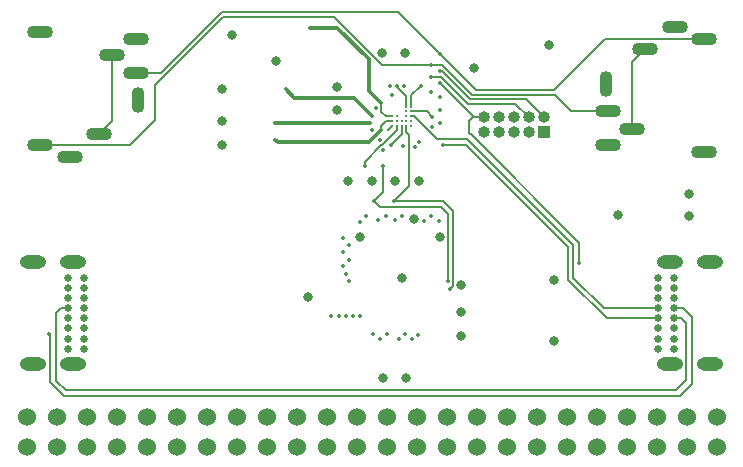
<source format=gbr>
%TF.GenerationSoftware,KiCad,Pcbnew,(6.0.6)*%
%TF.CreationDate,2022-09-05T11:07:09-07:00*%
%TF.ProjectId,Nour-Core,4e6f7572-2d43-46f7-9265-2e6b69636164,rev?*%
%TF.SameCoordinates,Original*%
%TF.FileFunction,Copper,L2,Inr*%
%TF.FilePolarity,Positive*%
%FSLAX46Y46*%
G04 Gerber Fmt 4.6, Leading zero omitted, Abs format (unit mm)*
G04 Created by KiCad (PCBNEW (6.0.6)) date 2022-09-05 11:07:09*
%MOMM*%
%LPD*%
G01*
G04 APERTURE LIST*
%TA.AperFunction,ComponentPad*%
%ADD10C,0.650000*%
%TD*%
%TA.AperFunction,ComponentPad*%
%ADD11O,2.216000X1.108000*%
%TD*%
%TA.AperFunction,ComponentPad*%
%ADD12C,1.524000*%
%TD*%
%TA.AperFunction,ComponentPad*%
%ADD13O,1.100000X2.200000*%
%TD*%
%TA.AperFunction,ComponentPad*%
%ADD14O,2.200000X1.100000*%
%TD*%
%TA.AperFunction,ComponentPad*%
%ADD15R,1.000000X1.000000*%
%TD*%
%TA.AperFunction,ComponentPad*%
%ADD16O,1.000000X1.000000*%
%TD*%
%TA.AperFunction,ViaPad*%
%ADD17C,0.220000*%
%TD*%
%TA.AperFunction,ViaPad*%
%ADD18C,0.800000*%
%TD*%
%TA.AperFunction,ViaPad*%
%ADD19C,0.350000*%
%TD*%
%TA.AperFunction,Conductor*%
%ADD20C,0.200000*%
%TD*%
%TA.AperFunction,Conductor*%
%ADD21C,0.300000*%
%TD*%
G04 APERTURE END LIST*
D10*
%TO.N,GND*%
%TO.C,J4*%
X86275000Y-150275000D03*
%TO.N,VBUS*%
X86275000Y-151125000D03*
%TO.N,Net-(J4-PadA5)*%
X86275000Y-151975000D03*
%TO.N,/core/D+*%
X86275000Y-152825000D03*
%TO.N,/core/D-*%
X86275000Y-153675000D03*
%TO.N,unconnected-(J4-PadA8)*%
X86275000Y-154525000D03*
%TO.N,VBUS*%
X86275000Y-155375000D03*
%TO.N,GND*%
X86275000Y-156225000D03*
X84925000Y-156225000D03*
%TO.N,VBUS*%
X84925000Y-155375000D03*
%TO.N,Net-(J4-PadB5)*%
X84925000Y-154525000D03*
%TO.N,/core/D+*%
X84925000Y-153675000D03*
%TO.N,/core/D-*%
X84925000Y-152825000D03*
%TO.N,unconnected-(J4-PadB8)*%
X84925000Y-151975000D03*
%TO.N,VBUS*%
X84925000Y-151125000D03*
%TO.N,GND*%
X84925000Y-150275000D03*
D11*
%TO.N,N/C*%
X85295000Y-148925000D03*
X85295000Y-157575000D03*
X81915000Y-148925000D03*
X81915000Y-157575000D03*
%TD*%
D10*
%TO.N,GND*%
%TO.C,J3*%
X134875000Y-156225000D03*
%TO.N,VBUS*%
X134875000Y-155375000D03*
%TO.N,Net-(J3-PadA5)*%
X134875000Y-154525000D03*
%TO.N,/core/D+*%
X134875000Y-153675000D03*
%TO.N,/core/D-*%
X134875000Y-152825000D03*
%TO.N,unconnected-(J3-PadA8)*%
X134875000Y-151975000D03*
%TO.N,VBUS*%
X134875000Y-151125000D03*
%TO.N,GND*%
X134875000Y-150275000D03*
X136225000Y-150275000D03*
%TO.N,VBUS*%
X136225000Y-151125000D03*
%TO.N,Net-(J3-PadB5)*%
X136225000Y-151975000D03*
%TO.N,/core/D+*%
X136225000Y-152825000D03*
%TO.N,/core/D-*%
X136225000Y-153675000D03*
%TO.N,unconnected-(J3-PadB8)*%
X136225000Y-154525000D03*
%TO.N,VBUS*%
X136225000Y-155375000D03*
%TO.N,GND*%
X136225000Y-156225000D03*
D11*
%TO.N,N/C*%
X135855000Y-157575000D03*
X135855000Y-148925000D03*
X139235000Y-157575000D03*
X139235000Y-148925000D03*
%TD*%
D12*
%TO.N,/core/KEY.COL2*%
%TO.C,U4*%
X81400000Y-162010000D03*
%TO.N,/core/KEY.COL4*%
X83940000Y-162010000D03*
%TO.N,/core/KEY.ROW5*%
X86480000Y-162010000D03*
%TO.N,/core/KEY.ROW3*%
X89020000Y-162010000D03*
%TO.N,/core/KEY.ROW1*%
X91560000Y-162010000D03*
%TO.N,/core/LED.SW_RED2*%
X94100000Y-162010000D03*
%TO.N,/core/LED.SW_GREEN1*%
X96640000Y-162010000D03*
%TO.N,/core/LED.SW_BLUE1*%
X99180000Y-162010000D03*
%TO.N,/core/LED.CS_COL1*%
X101720000Y-162010000D03*
%TO.N,/core/LED.CS_COL3*%
X104260000Y-162010000D03*
%TO.N,/core/LED.CS_COL5*%
X106800000Y-162010000D03*
%TO.N,/core/LED.CS_COL7*%
X109340000Y-162010000D03*
%TO.N,/core/LED.CS_COL9*%
X111880000Y-162010000D03*
%TO.N,/core/LED.CS_COL11*%
X114420000Y-162010000D03*
%TO.N,/core/LED.CS_COL13*%
X116960000Y-162010000D03*
%TO.N,/core/LED.CS_COL15*%
X119500000Y-162010000D03*
%TO.N,/core/LED.SW_BLUE3*%
X122040000Y-162010000D03*
%TO.N,/core/LED.SW_GREEN3*%
X124580000Y-162010000D03*
%TO.N,/core/LED.SW_GREEN4*%
X127120000Y-162010000D03*
%TO.N,/core/KEY.ROW6*%
X129660000Y-162010000D03*
%TO.N,/core/KEY.ROW8*%
X132200000Y-162010000D03*
%TO.N,/core/KEY.ROW10*%
X134740000Y-162010000D03*
%TO.N,/core/KEY.COL7*%
X137280000Y-162010000D03*
%TO.N,/core/KEY.COL9*%
X139820000Y-162010000D03*
%TO.N,/core/KEY.COL10*%
X139820000Y-164550000D03*
%TO.N,/core/KEY.COL8*%
X137280000Y-164550000D03*
%TO.N,/core/KEY.COL6*%
X134740000Y-164550000D03*
%TO.N,/core/KEY.ROW9*%
X132200000Y-164550000D03*
%TO.N,/core/KEY.ROW7*%
X129660000Y-164550000D03*
%TO.N,/core/LED.SW_RED4*%
X127120000Y-164550000D03*
%TO.N,/core/LED.SW_BLUE4*%
X124580000Y-164550000D03*
%TO.N,/core/LED.SW_RED3*%
X122040000Y-164550000D03*
%TO.N,/core/LED.CS_COL16*%
X119500000Y-164550000D03*
%TO.N,/core/LED.CS_COL14*%
X116960000Y-164550000D03*
%TO.N,/core/LED.CS_COL12*%
X114420000Y-164550000D03*
%TO.N,/core/LED.CS_COL10*%
X111880000Y-164550000D03*
%TO.N,/core/LED.CS_COL8*%
X109340000Y-164550000D03*
%TO.N,/core/LED.CS_COL6*%
X106800000Y-164550000D03*
%TO.N,/core/LED.CS_COL4*%
X104260000Y-164550000D03*
%TO.N,/core/LED.CS_COL2*%
X101720000Y-164550000D03*
%TO.N,/core/LED.SW_RED1*%
X99180000Y-164550000D03*
%TO.N,/core/LED.SW_GREEN2*%
X96640000Y-164550000D03*
%TO.N,/core/LED.SW_BLUE2*%
X94100000Y-164550000D03*
%TO.N,/core/KEY.ROW2*%
X91560000Y-164550000D03*
%TO.N,/core/KEY.ROW4*%
X89020000Y-164550000D03*
%TO.N,/core/KEY.COL5*%
X86480000Y-164550000D03*
%TO.N,/core/KEY.COL3*%
X83940000Y-164550000D03*
%TO.N,/core/KEY.COL1*%
X81400000Y-164550000D03*
%TD*%
D13*
%TO.N,GND*%
%TO.C,J1*%
X130450000Y-133800000D03*
D14*
%TO.N,Net-(J1-Pad2)*%
X133750000Y-130900000D03*
%TO.N,/core/USART.RX*%
X130650000Y-136100000D03*
%TO.N,/core/USART.TX*%
X138750000Y-130000000D03*
%TO.N,Net-(J1-Pad2)*%
X132650000Y-137600000D03*
%TO.N,VCC*%
X130650000Y-139000000D03*
%TO.N,GND*%
X138750000Y-139600000D03*
X136250000Y-129000000D03*
%TD*%
D15*
%TO.N,VCC*%
%TO.C,J2*%
X125175000Y-137895000D03*
D16*
%TO.N,/core/SWDIO*%
X125175000Y-136625000D03*
%TO.N,GND*%
X123905000Y-137895000D03*
%TO.N,/core/SWCLK*%
X123905000Y-136625000D03*
%TO.N,GND*%
X122635000Y-137895000D03*
%TO.N,unconnected-(J2-Pad6)*%
X122635000Y-136625000D03*
%TO.N,unconnected-(J2-Pad7)*%
X121365000Y-137895000D03*
%TO.N,unconnected-(J2-Pad8)*%
X121365000Y-136625000D03*
%TO.N,GND*%
X120095000Y-137895000D03*
%TO.N,/core/~{RST}*%
X120095000Y-136625000D03*
%TD*%
D13*
%TO.N,GND*%
%TO.C,J5*%
X90850000Y-135200000D03*
D14*
%TO.N,Net-(J5-Pad2)*%
X87550000Y-138100000D03*
%TO.N,/core/USART.TX*%
X90650000Y-132900000D03*
%TO.N,/core/USART.RX*%
X82550000Y-139000000D03*
%TO.N,Net-(J5-Pad2)*%
X88650000Y-131400000D03*
%TO.N,VCC*%
X90650000Y-130000000D03*
%TO.N,GND*%
X82550000Y-129400000D03*
X85050000Y-140000000D03*
%TD*%
D17*
%TO.N,VCC*%
X112350000Y-137350000D03*
X111950000Y-137750000D03*
D18*
%TO.N,GND*%
X118200000Y-155200000D03*
X131474878Y-144950000D03*
X114150000Y-145250000D03*
X107700000Y-134050000D03*
X102500000Y-131850000D03*
X116400000Y-146750000D03*
X112600000Y-142000000D03*
X113450000Y-131200000D03*
X118200000Y-150850000D03*
X98800000Y-129650000D03*
X111550000Y-158700000D03*
X97950000Y-134250000D03*
X137474878Y-145000000D03*
X107700000Y-136050000D03*
X126012500Y-155575000D03*
X110600000Y-142000000D03*
X113150000Y-150250000D03*
X109650000Y-146750000D03*
X97950000Y-137000000D03*
X118200000Y-153150000D03*
X108600000Y-142000000D03*
X125650000Y-130500000D03*
X113550000Y-158700000D03*
X97950000Y-139000000D03*
X105200000Y-151900000D03*
X126012500Y-150425000D03*
X114600000Y-142000000D03*
X111450000Y-131237500D03*
%TO.N,VBUS*%
X137474878Y-143100000D03*
D17*
%TO.N,/core/~{RST}*%
X112750000Y-136550000D03*
D19*
X128149999Y-148999599D03*
X116350000Y-133700000D03*
D17*
%TO.N,/core/OSC32_IN*%
X112350000Y-136950000D03*
D19*
X102400000Y-138550000D03*
%TO.N,/core/OSC32_OUT*%
X102400000Y-137150000D03*
X110450000Y-137150000D03*
%TO.N,/core/OSC_IN*%
X105400000Y-129050000D03*
D17*
X112350000Y-136550000D03*
D19*
%TO.N,/core/LED.SW_GREEN4*%
X116300000Y-145400000D03*
%TO.N,/core/LED.SW_RED4*%
X115650000Y-145000000D03*
%TO.N,/core/LED.SW_BLUE4*%
X115050000Y-145400000D03*
%TO.N,/core/LED.SW_GREEN3*%
X113150000Y-145000000D03*
%TO.N,/core/LED.SW_RED3*%
X112550000Y-145300000D03*
%TO.N,/core/LED.SW_BLUE3*%
X111850000Y-145000000D03*
%TO.N,/core/LED.SW_GREEN2*%
X111150000Y-145300000D03*
%TO.N,/core/LED.SW_RED2*%
X110150000Y-145000000D03*
%TO.N,/core/LED.SW_BLUE2*%
X109650000Y-145500000D03*
%TO.N,/core/LED.SW_GREEN1*%
X108200000Y-146850000D03*
%TO.N,/core/LED.SW_RED1*%
X108650000Y-147500000D03*
%TO.N,/core/LED.SW_BLUE1*%
X108150000Y-148050000D03*
%TO.N,/core/LED.CS_COL1*%
X108650000Y-148750000D03*
%TO.N,/core/LED.CS_COL2*%
X108150000Y-149250000D03*
%TO.N,/core/LED.CS_COL3*%
X108400000Y-149900000D03*
%TO.N,/core/LED.CS_COL4*%
X108650000Y-150500000D03*
%TO.N,/core/LED.CS_COL5*%
X107200000Y-153500000D03*
%TO.N,/core/LED.CS_COL6*%
X107800000Y-153500000D03*
%TO.N,/core/LED.CS_COL7*%
X108400000Y-153500000D03*
%TO.N,/core/LED.CS_COL8*%
X109000000Y-153500000D03*
%TO.N,/core/LED.CS_COL9*%
X109650000Y-153500000D03*
%TO.N,/core/LED.CS_COL10*%
X110700000Y-155000000D03*
%TO.N,/core/LED.CS_COL11*%
X111300000Y-155450000D03*
%TO.N,/core/LED.CS_COL12*%
X111900000Y-155000000D03*
%TO.N,/core/LED.CS_COL13*%
X112900000Y-155450000D03*
%TO.N,/core/LED.CS_COL14*%
X113450000Y-155000000D03*
%TO.N,/core/LED.CS_COL15*%
X114000000Y-155450000D03*
%TO.N,/core/LED.CS_COL16*%
X114550000Y-155050000D03*
D17*
%TO.N,/core/I2C_SDA*%
X113550000Y-137350000D03*
D19*
X112487500Y-143750000D03*
X117250000Y-151200000D03*
D17*
%TO.N,/core/I2C_SCL*%
X112750000Y-136950000D03*
D19*
X117050000Y-150500000D03*
X110812500Y-143750000D03*
X111600000Y-140800000D03*
D17*
%TO.N,/core/USART.RX*%
X113550000Y-136950000D03*
D19*
X115650000Y-132200000D03*
D17*
%TO.N,/core/USART.TX*%
X113150000Y-137350000D03*
D19*
X112250000Y-139000000D03*
X116350000Y-131300000D03*
D17*
%TO.N,/core/SWDIO*%
X113950000Y-136950000D03*
D19*
X116350000Y-132700000D03*
D17*
%TO.N,/core/SWCLK*%
X113950000Y-137350000D03*
D19*
X115650000Y-133200000D03*
%TO.N,/core/D+*%
X116650000Y-139000000D03*
X83250000Y-155000000D03*
D17*
%TO.N,/core/D-*%
X113950000Y-136550000D03*
D19*
%TO.N,/core/VREF+*%
X112350000Y-134800000D03*
D18*
%TO.N,/core/BOOT0*%
X119250000Y-132462500D03*
D19*
X111600000Y-139450000D03*
%TO.N,/core/OSC_OUT*%
X110650000Y-136500000D03*
X103312500Y-134250000D03*
D17*
%TO.N,/core/KEY.ROW10*%
X113950000Y-136150000D03*
D19*
X115750000Y-136590000D03*
%TO.N,/core/KEY.ROW6*%
X114600000Y-138700000D03*
%TO.N,/core/KEY.ROW8*%
X115750000Y-137500000D03*
D17*
%TO.N,/core/KEY.COL4*%
X113550000Y-135750000D03*
D19*
X112750000Y-134000000D03*
%TO.N,/core/KEY.ROW7*%
X114250000Y-139200000D03*
%TO.N,/core/KEY.COL1*%
X113350000Y-134000000D03*
%TO.N,/core/KEY.COL3*%
X112150000Y-134000000D03*
%TO.N,/core/KEY.ROW2*%
X113250000Y-139100000D03*
D17*
%TO.N,/core/KEY.COL2*%
X113950000Y-135750000D03*
D19*
X114750000Y-134000000D03*
D17*
%TO.N,/core/KEY.ROW9*%
X113550000Y-136550000D03*
%TO.N,/core/KEY.ROW4*%
X112750000Y-137350000D03*
D19*
X110000000Y-140800000D03*
%TO.N,/core/KEY.COL10*%
X116350000Y-134900000D03*
%TO.N,/core/KEY.ROW5*%
X110950000Y-135900000D03*
D17*
%TO.N,/core/KEY.ROW1*%
X113150000Y-136950000D03*
D19*
%TO.N,/core/KEY.COL9*%
X115650000Y-134500000D03*
%TO.N,/core/KEY.COL8*%
X116350000Y-136000000D03*
%TO.N,/core/KEY.COL6*%
X116350000Y-137100000D03*
D17*
%TO.N,/core/KEY.COL7*%
X113550000Y-136150000D03*
D19*
%TO.N,/core/KEY.COL5*%
X110600000Y-137700000D03*
%TO.N,/core/KEY.ROW3*%
X111298562Y-138548562D03*
%TD*%
D20*
%TO.N,VCC*%
X112350000Y-137350000D02*
X111950000Y-137750000D01*
%TO.N,/core/~{RST}*%
X119075000Y-138175000D02*
X128150000Y-147250000D01*
X118850000Y-137950000D02*
X119075000Y-138175000D01*
X119225000Y-136625000D02*
X118850000Y-137000000D01*
X119275000Y-136625000D02*
X119225000Y-136625000D01*
X116350000Y-133700000D02*
X119275000Y-136625000D01*
X128150000Y-147250000D02*
X128150000Y-149000000D01*
X119275000Y-136625000D02*
X120095000Y-136625000D01*
X118850000Y-137000000D02*
X118850000Y-137950000D01*
%TO.N,/core/OSC32_IN*%
X112350000Y-136950000D02*
X111800000Y-136950000D01*
D21*
X102400000Y-138550000D02*
X102450000Y-138550000D01*
D20*
X111800000Y-136950000D02*
X111400000Y-137350000D01*
D21*
X102650000Y-138750000D02*
X110200000Y-138750000D01*
D20*
X111400000Y-137350000D02*
X111400000Y-137700000D01*
D21*
X111400000Y-137700000D02*
X110350000Y-138750000D01*
X110350000Y-138750000D02*
X110200000Y-138750000D01*
X102450000Y-138550000D02*
X102650000Y-138750000D01*
%TO.N,/core/OSC32_OUT*%
X102400000Y-137150000D02*
X110450000Y-137150000D01*
%TO.N,/core/OSC_IN*%
X107700000Y-129050000D02*
X105400000Y-129050000D01*
D20*
X111424100Y-135725730D02*
X111424100Y-135474100D01*
X111424100Y-136174100D02*
X111424100Y-135725730D01*
D21*
X110400000Y-131750000D02*
X107700000Y-129050000D01*
D20*
X112350000Y-136550000D02*
X111800000Y-136550000D01*
X111800000Y-136550000D02*
X111424100Y-136174100D01*
D21*
X110400000Y-131750000D02*
X110400000Y-134450000D01*
X110400000Y-134450000D02*
X111424100Y-135474100D01*
D20*
%TO.N,/core/I2C_SDA*%
X116650000Y-143750000D02*
X112487500Y-143750000D01*
X112487500Y-143750000D02*
X113795000Y-142442500D01*
X113795000Y-142442500D02*
X113795000Y-138145000D01*
X117520000Y-144620000D02*
X117520000Y-150930000D01*
X117520000Y-150930000D02*
X117250000Y-151200000D01*
X117520000Y-144620000D02*
X116650000Y-143750000D01*
X113795000Y-138145000D02*
X113550000Y-137900000D01*
X113550000Y-137900000D02*
X113550000Y-137350000D01*
%TO.N,/core/I2C_SCL*%
X117080000Y-144850172D02*
X117080000Y-150470000D01*
X110812500Y-143750000D02*
X111312500Y-144250000D01*
X116479828Y-144250000D02*
X117080000Y-144850172D01*
X111600000Y-140800000D02*
X111600000Y-142962500D01*
X111600000Y-142962500D02*
X110812500Y-143750000D01*
X111312500Y-144250000D02*
X116479828Y-144250000D01*
X117080000Y-150470000D02*
X117050000Y-150500000D01*
%TO.N,/core/USART.RX*%
X110770000Y-131519166D02*
X111300417Y-132049583D01*
X110770000Y-131511888D02*
X110770000Y-131519166D01*
X82550000Y-139000000D02*
X90150000Y-139000000D01*
X111450834Y-132200000D02*
X111300417Y-132049583D01*
X90150000Y-139000000D02*
X92275000Y-136875000D01*
X116568271Y-132200000D02*
X119108270Y-134740000D01*
X127500000Y-136100000D02*
X130650000Y-136100000D01*
X115650000Y-132200000D02*
X111450834Y-132200000D01*
X107388112Y-128130000D02*
X110770000Y-131511888D01*
X98057402Y-128130000D02*
X107388112Y-128130000D01*
X115650000Y-132200000D02*
X116568271Y-132200000D01*
X92275000Y-133912402D02*
X98057402Y-128130000D01*
X92275000Y-136875000D02*
X92275000Y-133912402D01*
X126140000Y-134740000D02*
X127500000Y-136100000D01*
X119108270Y-134740000D02*
X126140000Y-134740000D01*
%TO.N,/core/USART.TX*%
X113150000Y-137350000D02*
X113150000Y-138100000D01*
X126040000Y-134360000D02*
X130400000Y-130000000D01*
X97900000Y-127750000D02*
X92750000Y-132900000D01*
X112800000Y-127750000D02*
X97900000Y-127750000D01*
X130400000Y-130000000D02*
X138750000Y-130000000D01*
X116350000Y-131300000D02*
X119410000Y-134360000D01*
X116350000Y-131300000D02*
X112800000Y-127750000D01*
X92750000Y-132900000D02*
X90650000Y-132900000D01*
X113150000Y-138100000D02*
X112250000Y-139000000D01*
X119410000Y-134360000D02*
X126040000Y-134360000D01*
%TO.N,/core/SWDIO*%
X116530870Y-132700000D02*
X118950869Y-135120000D01*
X118950869Y-135120000D02*
X123670000Y-135120000D01*
X123670000Y-135120000D02*
X125175000Y-136625000D01*
X116350000Y-132700000D02*
X116530870Y-132700000D01*
%TO.N,/core/SWCLK*%
X118793468Y-135500000D02*
X122780000Y-135500000D01*
X115650000Y-133200000D02*
X116493468Y-133200000D01*
X116493468Y-133200000D02*
X118793468Y-135500000D01*
X122780000Y-135500000D02*
X123905000Y-136625000D01*
%TO.N,/core/D+*%
X137692981Y-153542981D02*
X136975000Y-152825000D01*
X137692981Y-159207019D02*
X137692981Y-153542981D01*
X127250000Y-147668200D02*
X127250000Y-150418200D01*
X83400000Y-155150000D02*
X83250000Y-155000000D01*
X116650000Y-139000000D02*
X118581800Y-139000000D01*
X136975000Y-152825000D02*
X136225000Y-152825000D01*
X118581800Y-139000000D02*
X127250000Y-147668200D01*
X130506800Y-153675000D02*
X134875000Y-153675000D01*
X83400000Y-159068200D02*
X84556800Y-160225000D01*
X83400000Y-159068200D02*
X83400000Y-155150000D01*
X127250000Y-150418200D02*
X130506800Y-153675000D01*
X84556800Y-160225000D02*
X136675000Y-160225000D01*
X136675000Y-160225000D02*
X137692981Y-159207019D01*
%TO.N,/core/D-*%
X118718200Y-138500000D02*
X116106532Y-138500000D01*
X127684100Y-150215900D02*
X127684100Y-147465900D01*
X137243000Y-158907000D02*
X137243000Y-154093000D01*
X137243000Y-154093000D02*
X136825000Y-153675000D01*
X84743200Y-159775000D02*
X136375000Y-159775000D01*
X84925000Y-152825000D02*
X84325000Y-152825000D01*
X83907000Y-153243000D02*
X83907000Y-158938800D01*
X84325000Y-152825000D02*
X83907000Y-153243000D01*
X136375000Y-159775000D02*
X137243000Y-158907000D01*
X114156532Y-136550000D02*
X113950000Y-136550000D01*
X116106532Y-138500000D02*
X114156532Y-136550000D01*
X136825000Y-153675000D02*
X136225000Y-153675000D01*
X83907000Y-158938800D02*
X84743200Y-159775000D01*
X127684100Y-147465900D02*
X118718200Y-138500000D01*
X130293200Y-152825000D02*
X127684100Y-150215900D01*
X134875000Y-152825000D02*
X130293200Y-152825000D01*
D21*
%TO.N,/core/OSC_OUT*%
X109150000Y-135000000D02*
X104062500Y-135000000D01*
X110650000Y-136500000D02*
X109150000Y-135000000D01*
X104062500Y-135000000D02*
X103312500Y-134250000D01*
D20*
%TO.N,/core/KEY.ROW10*%
X115310000Y-136150000D02*
X115750000Y-136590000D01*
X113950000Y-136150000D02*
X115310000Y-136150000D01*
%TO.N,/core/KEY.COL4*%
X113550000Y-134843468D02*
X112750000Y-134043468D01*
X113550000Y-135750000D02*
X113550000Y-134843468D01*
X112750000Y-134043468D02*
X112750000Y-134000000D01*
%TO.N,/core/KEY.COL2*%
X113950000Y-135750000D02*
X113950000Y-134800000D01*
X113950000Y-134800000D02*
X114750000Y-134000000D01*
%TO.N,/core/KEY.ROW4*%
X110000000Y-140400000D02*
X110000000Y-140800000D01*
X112750000Y-137350000D02*
X112750000Y-137740592D01*
X112750000Y-137740592D02*
X111487030Y-139003562D01*
X111396438Y-139003562D02*
X110000000Y-140400000D01*
X111487030Y-139003562D02*
X111396438Y-139003562D01*
%TO.N,Net-(J1-Pad2)*%
X132650000Y-137600000D02*
X132650000Y-132000000D01*
X132650000Y-132000000D02*
X133750000Y-130900000D01*
%TO.N,Net-(J5-Pad2)*%
X88650000Y-131400000D02*
X88650000Y-137000000D01*
X88650000Y-137000000D02*
X87550000Y-138100000D01*
%TD*%
M02*

</source>
